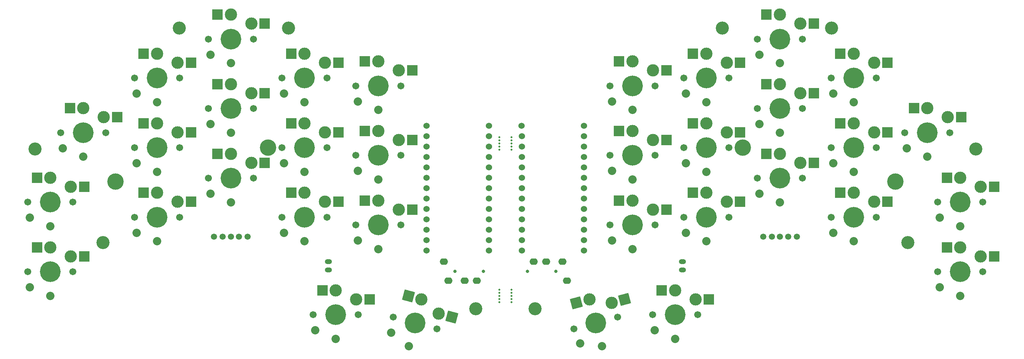
<source format=gbr>
%TF.GenerationSoftware,KiCad,Pcbnew,7.0.9*%
%TF.CreationDate,2024-04-08T09:31:46+08:00*%
%TF.ProjectId,kai_simple_v3,6b61695f-7369-46d7-906c-655f76332e6b,rev?*%
%TF.SameCoordinates,Original*%
%TF.FileFunction,Soldermask,Bot*%
%TF.FilePolarity,Negative*%
%FSLAX46Y46*%
G04 Gerber Fmt 4.6, Leading zero omitted, Abs format (unit mm)*
G04 Created by KiCad (PCBNEW 7.0.9) date 2024-04-08 09:31:46*
%MOMM*%
%LPD*%
G01*
G04 APERTURE LIST*
G04 Aperture macros list*
%AMRotRect*
0 Rectangle, with rotation*
0 The origin of the aperture is its center*
0 $1 length*
0 $2 width*
0 $3 Rotation angle, in degrees counterclockwise*
0 Add horizontal line*
21,1,$1,$2,0,0,$3*%
G04 Aperture macros list end*
%ADD10C,1.701800*%
%ADD11C,3.000000*%
%ADD12C,5.050000*%
%ADD13R,2.600000X2.600000*%
%ADD14C,2.032000*%
%ADD15RotRect,2.600000X2.600000X345.000000*%
%ADD16C,1.500000*%
%ADD17C,0.800000*%
%ADD18O,2.000000X1.600000*%
%ADD19RotRect,2.600000X2.600000X15.000000*%
%ADD20C,4.000000*%
%ADD21C,3.200000*%
%ADD22C,0.500000*%
%ADD23C,1.524000*%
%ADD24O,1.750000X1.200000*%
G04 APERTURE END LIST*
D10*
%TO.C,SW23*%
X173090571Y-92078791D03*
D11*
X178590571Y-86128791D03*
D12*
X178590571Y-92078791D03*
D11*
X183590571Y-88328791D03*
D10*
X184090571Y-92078791D03*
D13*
X175315571Y-86128791D03*
D14*
X178590571Y-97978791D03*
X173590571Y-95878791D03*
D13*
X186865571Y-88328791D03*
%TD*%
D10*
%TO.C,SW17*%
X120177693Y-131600725D03*
D11*
X127030258Y-127276971D03*
D12*
X125490285Y-133024230D03*
D11*
X131290486Y-130696103D03*
D10*
X130802877Y-134447735D03*
D15*
X123866851Y-126429339D03*
D14*
X123963253Y-138723192D03*
X119677143Y-135400653D03*
D15*
X134453893Y-131543736D03*
%TD*%
D10*
%TO.C,SW20*%
X209090571Y-63648791D03*
D11*
X214590571Y-57698791D03*
D12*
X214590571Y-63648791D03*
D11*
X219590571Y-59898791D03*
D10*
X220090571Y-63648791D03*
D13*
X211315571Y-57698791D03*
D14*
X214590571Y-69548791D03*
X209590571Y-67448791D03*
D13*
X222865571Y-59898791D03*
%TD*%
D10*
%TO.C,SW9*%
X93015693Y-90173791D03*
D11*
X98515693Y-84223791D03*
D12*
X98515693Y-90173791D03*
D11*
X103515693Y-86423791D03*
D10*
X104015693Y-90173791D03*
D13*
X95240693Y-84223791D03*
D14*
X98515693Y-96073791D03*
X93515693Y-93973791D03*
D13*
X106790693Y-86423791D03*
%TD*%
D10*
%TO.C,SW7*%
X57015693Y-90173791D03*
D11*
X62515693Y-84223791D03*
D12*
X62515693Y-90173791D03*
D11*
X67515693Y-86423791D03*
D10*
X68015693Y-90173791D03*
D13*
X59240693Y-84223791D03*
D14*
X62515693Y-96073791D03*
X57515693Y-93973791D03*
D13*
X70790693Y-86423791D03*
%TD*%
D16*
%TO.C,J2*%
X210490571Y-111936291D03*
X218690571Y-111936291D03*
X212590571Y-111936291D03*
X214590571Y-111936291D03*
X216590571Y-111936291D03*
%TD*%
D10*
%TO.C,SW21*%
X227090571Y-73173791D03*
D11*
X232590571Y-67223791D03*
D12*
X232590571Y-73173791D03*
D11*
X237590571Y-69423791D03*
D10*
X238090571Y-73173791D03*
D13*
X229315571Y-67223791D03*
D14*
X232590571Y-79073791D03*
X227590571Y-76973791D03*
D13*
X240865571Y-69423791D03*
%TD*%
D10*
%TO.C,SW22*%
X245090571Y-86508791D03*
D11*
X250590571Y-80558791D03*
D12*
X250590571Y-86508791D03*
D11*
X255590571Y-82758791D03*
D10*
X256090571Y-86508791D03*
D13*
X247315571Y-80558791D03*
D14*
X250590571Y-92408791D03*
X245590571Y-90308791D03*
D13*
X258865571Y-82758791D03*
%TD*%
D10*
%TO.C,SW18*%
X173090571Y-75078791D03*
D11*
X178590571Y-69128791D03*
D12*
X178590571Y-75078791D03*
D11*
X183590571Y-71328791D03*
D10*
X184090571Y-75078791D03*
D13*
X175315571Y-69128791D03*
D14*
X178590571Y-80978791D03*
X173590571Y-78878791D03*
D13*
X186865571Y-71328791D03*
%TD*%
D10*
%TO.C,SW16*%
X100635693Y-130986291D03*
D11*
X106135693Y-125036291D03*
D12*
X106135693Y-130986291D03*
D11*
X111135693Y-127236291D03*
D10*
X111635693Y-130986291D03*
D13*
X102860693Y-125036291D03*
D14*
X106135693Y-136886291D03*
X101135693Y-134786291D03*
D13*
X114410693Y-127236291D03*
%TD*%
D17*
%TO.C,U1*%
X142203131Y-120373141D03*
X135203131Y-120373141D03*
D18*
X132503131Y-118073141D03*
X133603131Y-122673141D03*
X137603131Y-122673141D03*
X140603131Y-122673141D03*
%TD*%
D10*
%TO.C,SW10*%
X111015693Y-92078791D03*
D11*
X116515693Y-86128791D03*
D12*
X116515693Y-92078791D03*
D11*
X121515693Y-88328791D03*
D10*
X122015693Y-92078791D03*
D13*
X113240693Y-86128791D03*
D14*
X116515693Y-97978791D03*
X111515693Y-95878791D03*
D13*
X124790693Y-88328791D03*
%TD*%
D10*
%TO.C,SW33*%
X164303387Y-134447735D03*
D11*
X168076006Y-127276971D03*
D12*
X169615979Y-133024230D03*
D11*
X173475037Y-128107913D03*
D10*
X174928571Y-131600725D03*
D19*
X164912599Y-128124604D03*
D14*
X171143011Y-138723192D03*
X165769862Y-137988843D03*
D19*
X176638444Y-127260281D03*
%TD*%
D20*
%TO.C,REF\u002A\u002A*%
X52377254Y-98464466D03*
X89574132Y-90218116D03*
%TD*%
D10*
%TO.C,SW12*%
X57015693Y-107173791D03*
D11*
X62515693Y-101223791D03*
D12*
X62515693Y-107173791D03*
D11*
X67515693Y-103423791D03*
D10*
X68015693Y-107173791D03*
D13*
X59240693Y-101223791D03*
D14*
X62515693Y-113073791D03*
X57515693Y-110973791D03*
D13*
X70790693Y-103423791D03*
%TD*%
D10*
%TO.C,SW13*%
X75015693Y-97648791D03*
D11*
X80515693Y-91698791D03*
D12*
X80515693Y-97648791D03*
D11*
X85515693Y-93898791D03*
D10*
X86015693Y-97648791D03*
D13*
X77240693Y-91698791D03*
D14*
X80515693Y-103548791D03*
X75515693Y-101448791D03*
D13*
X88790693Y-93898791D03*
%TD*%
D21*
%TO.C,REF\u002A\u002A*%
X32673193Y-90498791D03*
%TD*%
D22*
%TO.C,mouse-bite-3mm-slot*%
X146053132Y-90652641D03*
X149053132Y-90652641D03*
X149053132Y-89902641D03*
X146053132Y-89890641D03*
X146053132Y-89140641D03*
X149053132Y-89140641D03*
X146053132Y-88390641D03*
X149053132Y-88390641D03*
X146053132Y-87616641D03*
X149053132Y-87616641D03*
%TD*%
D10*
%TO.C,SW30*%
X209090571Y-97648791D03*
D11*
X214590571Y-91698791D03*
D12*
X214590571Y-97648791D03*
D11*
X219590571Y-93898791D03*
D10*
X220090571Y-97648791D03*
D13*
X211315571Y-91698791D03*
D14*
X214590571Y-103548791D03*
X209590571Y-101448791D03*
D13*
X222865571Y-93898791D03*
%TD*%
D10*
%TO.C,SW2*%
X57015693Y-73173791D03*
D11*
X62515693Y-67223791D03*
D12*
X62515693Y-73173791D03*
D11*
X67515693Y-69423791D03*
D10*
X68015693Y-73173791D03*
D13*
X59240693Y-67223791D03*
D14*
X62515693Y-79073791D03*
X57515693Y-76973791D03*
D13*
X70790693Y-69423791D03*
%TD*%
D16*
%TO.C,J1*%
X84615693Y-111936291D03*
X76415693Y-111936291D03*
X82515693Y-111936291D03*
X80515693Y-111936291D03*
X78515693Y-111936291D03*
%TD*%
D21*
%TO.C,REF\u002A\u002A*%
X49265693Y-113358791D03*
%TD*%
%TO.C,REF\u002A\u002A*%
X94585693Y-60971291D03*
%TD*%
D10*
%TO.C,SW4*%
X93015693Y-73173791D03*
D11*
X98515693Y-67223791D03*
D12*
X98515693Y-73173791D03*
D11*
X103515693Y-69423791D03*
D10*
X104015693Y-73173791D03*
D13*
X95240693Y-67223791D03*
D14*
X98515693Y-79073791D03*
X93515693Y-76973791D03*
D13*
X106790693Y-69423791D03*
%TD*%
D23*
%TO.C,Pro_Micro_nRF1*%
X128330989Y-87372791D03*
X128330989Y-89912791D03*
X128330989Y-92452791D03*
X128330989Y-94992791D03*
X128330989Y-97532791D03*
X128330989Y-100072791D03*
X128330989Y-102612791D03*
X128330989Y-105152791D03*
X128330989Y-107692791D03*
X128330989Y-110232791D03*
X128330989Y-112772791D03*
X128330989Y-115312791D03*
X143550989Y-115312791D03*
X143550989Y-112772791D03*
X143550989Y-110232791D03*
X143550989Y-107692791D03*
X143550989Y-105152791D03*
X143550989Y-102612791D03*
X143550989Y-100072791D03*
X143550989Y-97532791D03*
X143550989Y-94992791D03*
X143550989Y-92452791D03*
X143550989Y-89912791D03*
X143550989Y-87372791D03*
X128310989Y-84832791D03*
X143550989Y-84832791D03*
%TD*%
D10*
%TO.C,SW24*%
X191090571Y-90173791D03*
D11*
X196590571Y-84223791D03*
D12*
X196590571Y-90173791D03*
D11*
X201590571Y-86423791D03*
D10*
X202090571Y-90173791D03*
D13*
X193315571Y-84223791D03*
D14*
X196590571Y-96073791D03*
X191590571Y-93973791D03*
D13*
X204865571Y-86423791D03*
%TD*%
D10*
%TO.C,SW11*%
X30965693Y-120508791D03*
D11*
X36465693Y-114558791D03*
D12*
X36465693Y-120508791D03*
D11*
X41465693Y-116758791D03*
D10*
X41965693Y-120508791D03*
D13*
X33190693Y-114558791D03*
D14*
X36465693Y-126408791D03*
X31465693Y-124308791D03*
D13*
X44740693Y-116758791D03*
%TD*%
D10*
%TO.C,SW31*%
X227090571Y-107173791D03*
D11*
X232590571Y-101223791D03*
D12*
X232590571Y-107173791D03*
D11*
X237590571Y-103423791D03*
D10*
X238090571Y-107173791D03*
D13*
X229315571Y-101223791D03*
D14*
X232590571Y-113073791D03*
X227590571Y-110973791D03*
D13*
X240865571Y-103423791D03*
%TD*%
D10*
%TO.C,SW26*%
X227090571Y-90173791D03*
D11*
X232590571Y-84223791D03*
D12*
X232590571Y-90173791D03*
D11*
X237590571Y-86423791D03*
D10*
X238090571Y-90173791D03*
D13*
X229315571Y-84223791D03*
D14*
X232590571Y-96073791D03*
X227590571Y-93973791D03*
D13*
X240865571Y-86423791D03*
%TD*%
D10*
%TO.C,SW25*%
X209090571Y-80648791D03*
D11*
X214590571Y-74698791D03*
D12*
X214590571Y-80648791D03*
D11*
X219590571Y-76898791D03*
D10*
X220090571Y-80648791D03*
D13*
X211315571Y-74698791D03*
D14*
X214590571Y-86548791D03*
X209590571Y-84448791D03*
D13*
X222865571Y-76898791D03*
%TD*%
D10*
%TO.C,SW1*%
X39015693Y-86508791D03*
D11*
X44515693Y-80558791D03*
D12*
X44515693Y-86508791D03*
D11*
X49515693Y-82758791D03*
D10*
X50015693Y-86508791D03*
D13*
X41240693Y-80558791D03*
D14*
X44515693Y-92408791D03*
X39515693Y-90308791D03*
D13*
X52790693Y-82758791D03*
%TD*%
D24*
%TO.C,BT1*%
X104360693Y-120073791D03*
X104360693Y-118073791D03*
%TD*%
D17*
%TO.C,U2*%
X152903132Y-120373140D03*
X159903132Y-120373140D03*
D18*
X162603132Y-122673140D03*
X161503132Y-118073140D03*
X157503132Y-118073140D03*
X154503132Y-118073140D03*
%TD*%
D10*
%TO.C,SW27*%
X253140571Y-103508791D03*
D11*
X258640571Y-97558791D03*
D12*
X258640571Y-103508791D03*
D11*
X263640571Y-99758791D03*
D10*
X264140571Y-103508791D03*
D13*
X255365571Y-97558791D03*
D14*
X258640571Y-109408791D03*
X253640571Y-107308791D03*
D13*
X266915571Y-99758791D03*
%TD*%
D21*
%TO.C,REF\u002A\u002A*%
X140305693Y-129551291D03*
%TD*%
D10*
%TO.C,SW14*%
X93015693Y-107173791D03*
D11*
X98515693Y-101223791D03*
D12*
X98515693Y-107173791D03*
D11*
X103515693Y-103423791D03*
D10*
X104015693Y-107173791D03*
D13*
X95240693Y-101223791D03*
D14*
X98515693Y-113073791D03*
X93515693Y-110973791D03*
D13*
X106790693Y-103423791D03*
%TD*%
D10*
%TO.C,SW6*%
X30965693Y-103508791D03*
D11*
X36465693Y-97558791D03*
D12*
X36465693Y-103508791D03*
D11*
X41465693Y-99758791D03*
D10*
X41965693Y-103508791D03*
D13*
X33190693Y-97558791D03*
D14*
X36465693Y-109408791D03*
X31465693Y-107308791D03*
D13*
X44740693Y-99758791D03*
%TD*%
D10*
%TO.C,SW29*%
X191090571Y-107173791D03*
D11*
X196590571Y-101223791D03*
D12*
X196590571Y-107173791D03*
D11*
X201590571Y-103423791D03*
D10*
X202090571Y-107173791D03*
D13*
X193315571Y-101223791D03*
D14*
X196590571Y-113073791D03*
X191590571Y-110973791D03*
D13*
X204865571Y-103423791D03*
%TD*%
D24*
%TO.C,BT2*%
X190745571Y-118073791D03*
X190745571Y-120073791D03*
%TD*%
D10*
%TO.C,SW15*%
X111015693Y-109078791D03*
D11*
X116515693Y-103128791D03*
D12*
X116515693Y-109078791D03*
D11*
X121515693Y-105328791D03*
D10*
X122015693Y-109078791D03*
D13*
X113240693Y-103128791D03*
D14*
X116515693Y-114978791D03*
X111515693Y-112878791D03*
D13*
X124790693Y-105328791D03*
%TD*%
D10*
%TO.C,SW8*%
X75015693Y-80648791D03*
D11*
X80515693Y-74698791D03*
D12*
X80515693Y-80648791D03*
D11*
X85515693Y-76898791D03*
D10*
X86015693Y-80648791D03*
D13*
X77240693Y-74698791D03*
D14*
X80515693Y-86548791D03*
X75515693Y-84448791D03*
D13*
X88790693Y-76898791D03*
%TD*%
D10*
%TO.C,SW34*%
X183470571Y-130986291D03*
D11*
X188970571Y-125036291D03*
D12*
X188970571Y-130986291D03*
D11*
X193970571Y-127236291D03*
D10*
X194470571Y-130986291D03*
D13*
X185695571Y-125036291D03*
D14*
X188970571Y-136886291D03*
X183970571Y-134786291D03*
D13*
X197245571Y-127236291D03*
%TD*%
D10*
%TO.C,SW32*%
X253140571Y-120508791D03*
D11*
X258640571Y-114558791D03*
D12*
X258640571Y-120508791D03*
D11*
X263640571Y-116758791D03*
D10*
X264140571Y-120508791D03*
D13*
X255365571Y-114558791D03*
D14*
X258640571Y-126408791D03*
X253640571Y-124308791D03*
D13*
X266915571Y-116758791D03*
%TD*%
D10*
%TO.C,SW5*%
X111015693Y-75078791D03*
D11*
X116515693Y-69128791D03*
D12*
X116515693Y-75078791D03*
D11*
X121515693Y-71328791D03*
D10*
X122015693Y-75078791D03*
D13*
X113240693Y-69128791D03*
D14*
X116515693Y-80978791D03*
X111515693Y-78878791D03*
D13*
X124790693Y-71328791D03*
%TD*%
D21*
%TO.C,REF\u002A\u002A*%
X67915693Y-60971291D03*
%TD*%
D10*
%TO.C,SW28*%
X173090571Y-109078791D03*
D11*
X178590571Y-103128791D03*
D12*
X178590571Y-109078791D03*
D11*
X183590571Y-105328791D03*
D10*
X184090571Y-109078791D03*
D13*
X175315571Y-103128791D03*
D14*
X178590571Y-114978791D03*
X173590571Y-112878791D03*
D13*
X186865571Y-105328791D03*
%TD*%
D22*
%TO.C,mouse-bite-3mm-slot*%
X146053132Y-127942641D03*
X149053132Y-127942641D03*
X149053132Y-127192641D03*
X146053132Y-127180641D03*
X146053132Y-126430641D03*
X149053132Y-126430641D03*
X146053132Y-125680641D03*
X149053132Y-125680641D03*
X146053132Y-124906641D03*
X149053132Y-124906641D03*
%TD*%
D23*
%TO.C,Pro_Micro_nRF2*%
X151558075Y-87372791D03*
X151558075Y-89912791D03*
X151558075Y-92452791D03*
X151558075Y-94992791D03*
X151558075Y-97532791D03*
X151558075Y-100072791D03*
X151558075Y-102612791D03*
X151558075Y-105152791D03*
X151558075Y-107692791D03*
X151558075Y-110232791D03*
X151558075Y-112772791D03*
X151558075Y-115312791D03*
X166778075Y-115312791D03*
X166778075Y-112772791D03*
X166778075Y-110232791D03*
X166778075Y-107692791D03*
X166778075Y-105152791D03*
X166778075Y-102612791D03*
X166778075Y-100072791D03*
X166778075Y-97532791D03*
X166778075Y-94992791D03*
X166778075Y-92452791D03*
X166778075Y-89912791D03*
X166778075Y-87372791D03*
X151538075Y-84832791D03*
X166778075Y-84832791D03*
%TD*%
D10*
%TO.C,SW19*%
X191090571Y-73173791D03*
D11*
X196590571Y-67223791D03*
D12*
X196590571Y-73173791D03*
D11*
X201590571Y-69423791D03*
D10*
X202090571Y-73173791D03*
D13*
X193315571Y-67223791D03*
D14*
X196590571Y-79073791D03*
X191590571Y-76973791D03*
D13*
X204865571Y-69423791D03*
%TD*%
D10*
%TO.C,SW3*%
X75015693Y-63648791D03*
D11*
X80515693Y-57698791D03*
D12*
X80515693Y-63648791D03*
D11*
X85515693Y-59898791D03*
D10*
X86015693Y-63648791D03*
D13*
X77240693Y-57698791D03*
D14*
X80515693Y-69548791D03*
X75515693Y-67448791D03*
D13*
X88790693Y-59898791D03*
%TD*%
D21*
%TO.C,REF\u002A\u002A*%
X227190571Y-60971291D03*
%TD*%
%TO.C,REF\u002A\u002A*%
X200520571Y-60971291D03*
%TD*%
%TO.C,REF\u002A\u002A*%
X262433071Y-90498791D03*
%TD*%
%TO.C,REF\u002A\u002A*%
X154800571Y-129551291D03*
%TD*%
D20*
%TO.C,REF\u002A\u002A*%
X242729010Y-98464466D03*
X205532132Y-90218116D03*
%TD*%
D21*
%TO.C,REF\u002A\u002A*%
X245840571Y-113358791D03*
%TD*%
M02*

</source>
